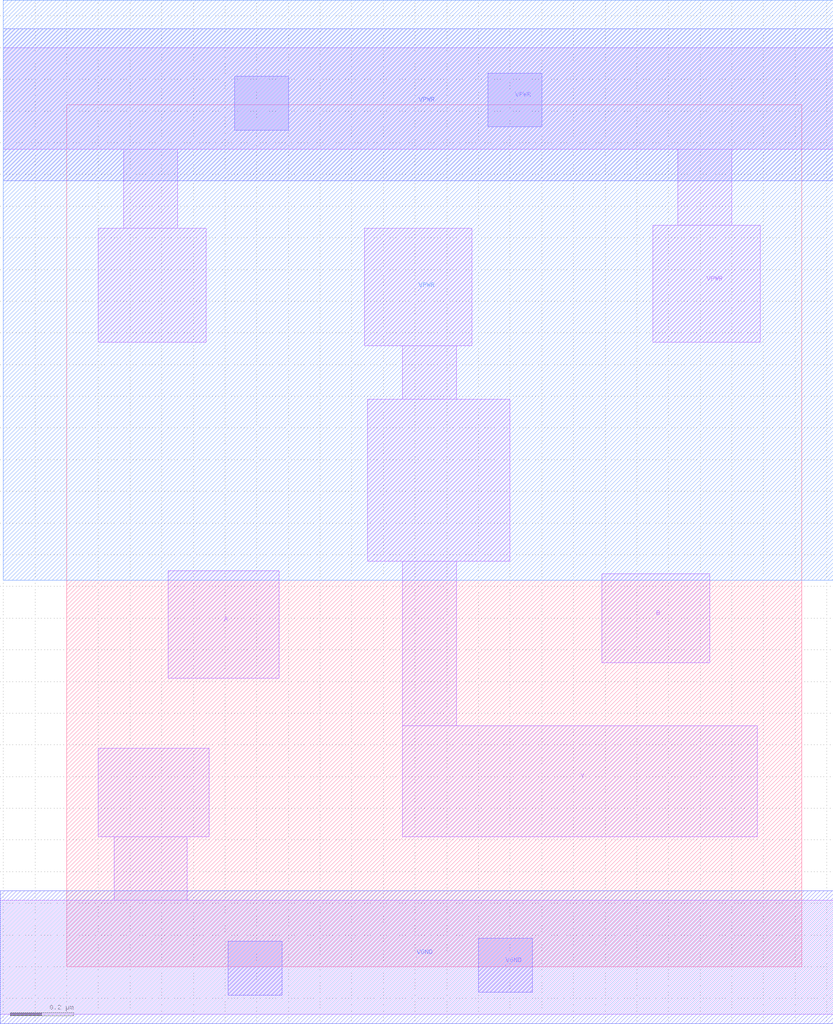
<source format=lef>
VERSION 5.7 ;
  NOWIREEXTENSIONATPIN ON ;
  DIVIDERCHAR "/" ;
  BUSBITCHARS "[]" ;
MACRO vsdcell_nand2_1x
  CLASS CORE ;
  FOREIGN vsdcell_nand2_1x ;
  ORIGIN 0.000 0.000 ;
  SIZE 2.320 BY 2.720 ;
  SITE unithd ;
  PIN A
    DIRECTION INPUT ;
    USE SIGNAL ;
    ANTENNAGATEAREA 0.305900 ;
    PORT
      LAYER li1 ;
        RECT 0.320 0.910 0.670 1.250 ;
    END
  END A
  PIN B
    DIRECTION INPUT ;
    USE SIGNAL ;
    ANTENNAGATEAREA 0.305900 ;
    PORT
      LAYER li1 ;
        RECT 1.690 0.960 2.030 1.240 ;
    END
  END B
  PIN VPWR
    DIRECTION INOUT ;
    USE POWER ;
    PORT
      LAYER nwell ;
        RECT -0.200 1.220 2.420 3.050 ;
      LAYER li1 ;
        RECT -0.200 2.580 2.420 2.900 ;
        RECT 0.180 2.330 0.350 2.580 ;
        RECT 1.930 2.340 2.100 2.580 ;
        RECT 0.100 1.970 0.440 2.330 ;
        RECT 1.850 1.970 2.190 2.340 ;
      LAYER mcon ;
        RECT 0.530 2.640 0.700 2.810 ;
        RECT 1.330 2.650 1.500 2.820 ;
      LAYER met1 ;
        RECT -0.200 2.480 2.420 2.960 ;
    END
  END VPWR
  PIN VGND
    DIRECTION INOUT ;
    USE POWER ;
    PORT
      LAYER li1 ;
        RECT 0.100 0.410 0.450 0.690 ;
        RECT 0.150 0.210 0.380 0.410 ;
        RECT -0.210 -0.150 2.420 0.210 ;
      LAYER mcon ;
        RECT 0.510 -0.090 0.680 0.080 ;
        RECT 1.300 -0.080 1.470 0.090 ;
      LAYER met1 ;
        RECT -0.210 -0.180 2.420 0.240 ;
    END
  END VGND
  PIN Y
    DIRECTION OUTPUT ;
    USE SIGNAL ;
    ANTENNADIFFAREA 0.942900 ;
    PORT
      LAYER li1 ;
        RECT 0.940 1.960 1.280 2.330 ;
        RECT 1.060 1.790 1.230 1.960 ;
        RECT 0.950 1.280 1.400 1.790 ;
        RECT 1.060 0.760 1.230 1.280 ;
        RECT 1.060 0.410 2.180 0.760 ;
    END
  END Y
END vsdcell_nand2_1x
END LIBRARY


</source>
